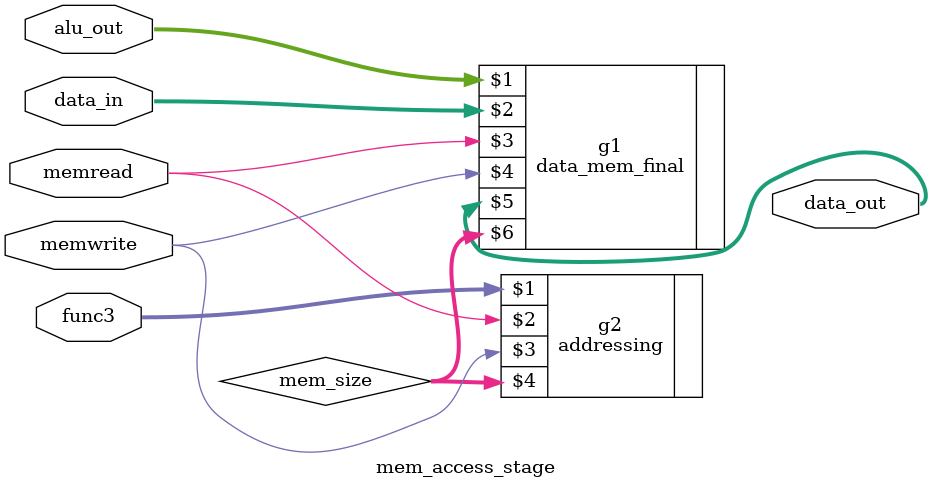
<source format=sv>

module mem_access_stage #(parameter N=32)(input logic [N-1:0]alu_out,data_in,input logic memread,memwrite,input logic [2:0]func3,output logic [N-1:0]data_out);
wire [1:0] mem_size;


data_mem_final g1(alu_out,data_in,memread,memwrite,data_out,mem_size);
addressing g2(func3,memread,memwrite,mem_size);

endmodule
</source>
